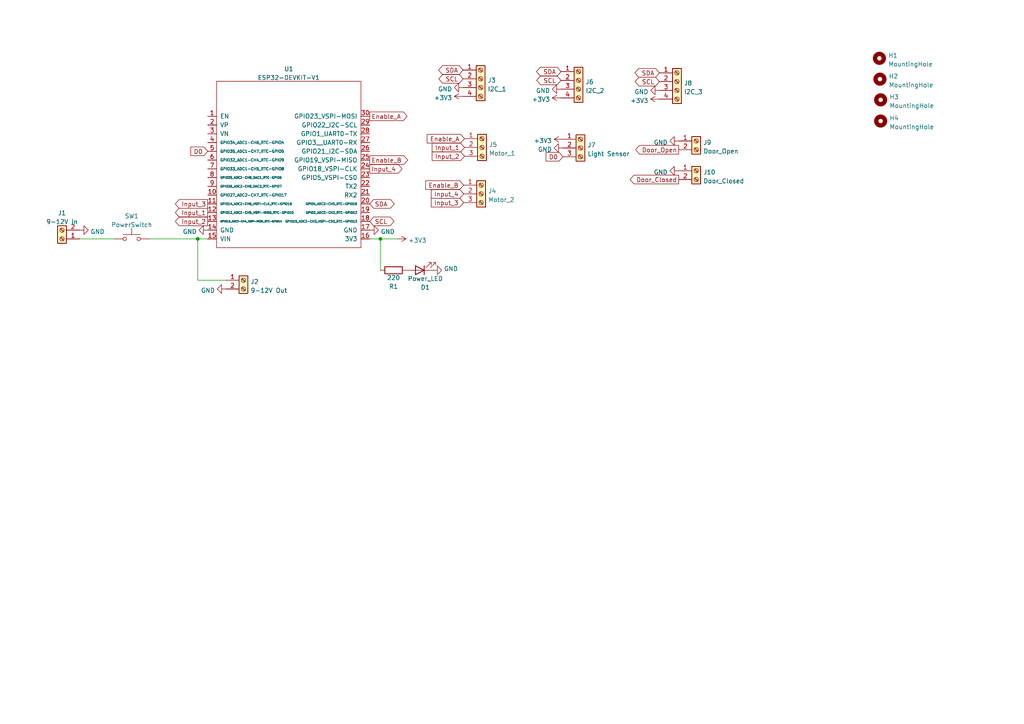
<source format=kicad_sch>
(kicad_sch (version 20211123) (generator eeschema)
  (paper "A4")
  (lib_symbols
    (symbol "Connector:Screw_Terminal_01x02" (pin_names (offset 1.016) hide)
      (property "Reference" "J" (at 0 2.54 0))
      (property "Value" "Screw_Terminal_01x02" (at 0 -5.08 0))
      (symbol "Screw_Terminal_01x02_1_1"
        (rectangle (start -1.27 1.27) (end 1.27 -3.81) (stroke (width 0.254)) (fill (type background)))
        (circle (center 0 -2.54) (radius 0.635) (stroke (width 0.1524)))
        (polyline (pts (xy -0.5334 -2.2098) (xy 0.3302 -3.048)) (stroke (width 0.1524)))
        (polyline (pts (xy -0.5334 0.3302) (xy 0.3302 -0.508)) (stroke (width 0.1524)))
        (polyline (pts (xy -0.3556 -2.032) (xy 0.508 -2.8702)) (stroke (width 0.1524)))
        (polyline (pts (xy -0.3556 0.508) (xy 0.508 -0.3302)) (stroke (width 0.1524)))
        (circle (center 0 0) (radius 0.635) (stroke (width 0.1524)))
        (pin passive line (at -5.08 0 0) (length 3.81) (name "Pin_1") (number "1"))
        (pin passive line (at -5.08 -2.54 0) (length 3.81) (name "Pin_2") (number "2"))
      )
    )
    (symbol "Connector:Screw_Terminal_01x03" (pin_names (offset 1.016) hide)
      (property "Reference" "J" (at 0 5.08 0))
      (property "Value" "Screw_Terminal_01x03" (at 0 -5.08 0))
      (symbol "Screw_Terminal_01x03_1_1"
        (rectangle (start -1.27 3.81) (end 1.27 -3.81) (stroke (width 0.254)) (fill (type background)))
        (circle (center 0 -2.54) (radius 0.635) (stroke (width 0.1524)))
        (polyline (pts (xy -0.5334 -2.2098) (xy 0.3302 -3.048)) (stroke (width 0.1524)))
        (polyline (pts (xy -0.5334 0.3302) (xy 0.3302 -0.508)) (stroke (width 0.1524)))
        (polyline (pts (xy -0.5334 2.8702) (xy 0.3302 2.032)) (stroke (width 0.1524)))
        (polyline (pts (xy -0.3556 -2.032) (xy 0.508 -2.8702)) (stroke (width 0.1524)))
        (polyline (pts (xy -0.3556 0.508) (xy 0.508 -0.3302)) (stroke (width 0.1524)))
        (polyline (pts (xy -0.3556 3.048) (xy 0.508 2.2098)) (stroke (width 0.1524)))
        (circle (center 0 0) (radius 0.635) (stroke (width 0.1524)))
        (circle (center 0 2.54) (radius 0.635) (stroke (width 0.1524)))
        (pin passive line (at -5.08 2.54 0) (length 3.81) (name "Pin_1") (number "1"))
        (pin passive line (at -5.08 0 0) (length 3.81) (name "Pin_2") (number "2"))
        (pin passive line (at -5.08 -2.54 0) (length 3.81) (name "Pin_3") (number "3"))
      )
    )
    (symbol "Connector:Screw_Terminal_01x04" (pin_names (offset 1.016) hide)
      (property "Reference" "J" (at 0 5.08 0))
      (property "Value" "Screw_Terminal_01x04" (at 0 -7.62 0))
      (symbol "Screw_Terminal_01x04_1_1"
        (rectangle (start -1.27 3.81) (end 1.27 -6.35) (stroke (width 0.254)) (fill (type background)))
        (circle (center 0 -5.08) (radius 0.635) (stroke (width 0.1524)))
        (circle (center 0 -2.54) (radius 0.635) (stroke (width 0.1524)))
        (polyline (pts (xy -0.5334 -4.7498) (xy 0.3302 -5.588)) (stroke (width 0.1524)))
        (polyline (pts (xy -0.5334 -2.2098) (xy 0.3302 -3.048)) (stroke (width 0.1524)))
        (polyline (pts (xy -0.5334 0.3302) (xy 0.3302 -0.508)) (stroke (width 0.1524)))
        (polyline (pts (xy -0.5334 2.8702) (xy 0.3302 2.032)) (stroke (width 0.1524)))
        (polyline (pts (xy -0.3556 -4.572) (xy 0.508 -5.4102)) (stroke (width 0.1524)))
        (polyline (pts (xy -0.3556 -2.032) (xy 0.508 -2.8702)) (stroke (width 0.1524)))
        (polyline (pts (xy -0.3556 0.508) (xy 0.508 -0.3302)) (stroke (width 0.1524)))
        (polyline (pts (xy -0.3556 3.048) (xy 0.508 2.2098)) (stroke (width 0.1524)))
        (circle (center 0 0) (radius 0.635) (stroke (width 0.1524)))
        (circle (center 0 2.54) (radius 0.635) (stroke (width 0.1524)))
        (pin passive line (at -5.08 2.54 0) (length 3.81) (name "Pin_1") (number "1"))
        (pin passive line (at -5.08 0 0) (length 3.81) (name "Pin_2") (number "2"))
        (pin passive line (at -5.08 -2.54 0) (length 3.81) (name "Pin_3") (number "3"))
        (pin passive line (at -5.08 -5.08 0) (length 3.81) (name "Pin_4") (number "4"))
      )
    )
    (symbol "Device:LED" (pin_numbers hide) (pin_names (offset 1.016) hide)
      (property "Reference" "D" (at 0 2.54 0))
      (property "Value" "LED" (at 0 -2.54 0))
      (symbol "LED_0_1"
        (polyline (pts (xy -1.27 -1.27) (xy -1.27 1.27)) (stroke (width 0.254)))
        (polyline (pts (xy -1.27 0) (xy 1.27 0)))
        (polyline (pts (xy 1.27 -1.27) (xy 1.27 1.27) (xy -1.27 0) (xy 1.27 -1.27)) (stroke (width 0.254)))
        (polyline (pts (xy -3.048 -0.762) (xy -4.572 -2.286) (xy -3.81 -2.286) (xy -4.572 -2.286) (xy -4.572 -1.524)))
        (polyline (pts (xy -1.778 -0.762) (xy -3.302 -2.286) (xy -2.54 -2.286) (xy -3.302 -2.286) (xy -3.302 -1.524)))
      )
      (symbol "LED_1_1"
        (pin passive line (at -3.81 0 0) (length 2.54) (name "K") (number "1"))
        (pin passive line (at 3.81 0 180) (length 2.54) (name "A") (number "2"))
      )
    )
    (symbol "Device:R" (pin_numbers hide) (pin_names (offset 0))
      (property "Reference" "R" (at 2.032 0 90))
      (property "Value" "R" (at 0 0 90))
      (symbol "R_0_1"
        (rectangle (start -1.016 -2.54) (end 1.016 2.54) (stroke (width 0.254)))
      )
      (symbol "R_1_1"
        (pin passive line (at 0 3.81 270) (length 1.27) (name "~") (number "1"))
        (pin passive line (at 0 -3.81 90) (length 1.27) (name "~") (number "2"))
      )
    )
    (symbol "Mechanical:MountingHole" (pin_names (offset 1.016))
      (property "Reference" "H" (at 0 5.08 0))
      (property "Value" "MountingHole" (at 0 3.175 0))
      (symbol "MountingHole_0_1"
        (circle (center 0 0) (radius 1.27) (stroke (width 1.27)))
      )
    )
    (symbol "Switch:SW_Push" (pin_numbers hide) (pin_names (offset 1.016) hide)
      (property "Reference" "SW" (at 1.27 2.54 0))
      (property "Value" "SW_Push" (at 0 -1.524 0))
      (symbol "SW_Push_0_1"
        (circle (center -2.032 0) (radius 0.508))
        (polyline (pts (xy 0 1.27) (xy 0 3.048)))
        (polyline (pts (xy 2.54 1.27) (xy -2.54 1.27)))
        (circle (center 2.032 0) (radius 0.508))
        (pin passive line (at -5.08 0 0) (length 2.54) (name "1") (number "1"))
        (pin passive line (at 5.08 0 180) (length 2.54) (name "2") (number "2"))
      )
    )
    (symbol "power:+3.3V" (power) (pin_names (offset 0))
      (property "Value" "+3.3V" (at 0 3.556 0))
      (symbol "+3.3V_0_1"
        (polyline (pts (xy -0.762 1.27) (xy 0 2.54)))
        (polyline (pts (xy 0 0) (xy 0 2.54)))
        (polyline (pts (xy 0 2.54) (xy 0.762 1.27)))
      )
      (symbol "+3.3V_1_1"
        (pin power_in line (at 0 0 90) (length 0) hide (name "+3V3") (number "1"))
      )
    )
    (symbol "power:GND" (power) (pin_names (offset 0))
      (property "Value" "GND" (at 0 -3.81 0))
      (symbol "GND_0_1"
        (polyline (pts (xy 0 0) (xy 0 -1.27) (xy 1.27 -1.27) (xy 0 -2.54) (xy -1.27 -1.27) (xy 0 -1.27)))
      )
      (symbol "GND_1_1"
        (pin power_in line (at 0 0 270) (length 0) hide (name "GND") (number "1"))
      )
    )
    (symbol "teensy:ESP32-DEVKIT-V1" (pin_names (offset 1.016))
      (property "Reference" "U" (at -1.27 11.43 0))
      (property "Value" "ESP32-DEVKIT-V1" (at 0 13.97 0))
      (symbol "ESP32-DEVKIT-V1_0_1"
        (rectangle (start 20.32 17.78) (end -21.59 -30.48))
      )
      (symbol "ESP32-DEVKIT-V1_1_1"
        (pin output line (at -24.13 7.62 0) (length 2.54) (name "EN") (number "1"))
        (pin bidirectional line (at -24.13 -15.24 0) (length 2.54) (name "GPIO27_ADC2-CH7_RTC-GPIO17") (number "10"))
        (pin bidirectional line (at -24.13 -17.78 0) (length 2.54) (name "GPIO14_ADC2-CH6_HSPI-CLK_RTC-GPIO16") (number "11"))
        (pin bidirectional line (at -24.13 -20.32 0) (length 2.54) (name "GPIO12_ADC2-CH5_HSPI-MISO_RTC-GPIO15") (number "12"))
        (pin bidirectional line (at -24.13 -22.86 0) (length 2.54) (name "GPIO13_ADC2-CH4_HSPI-MOSI_RTC-GPIO14") (number "13"))
        (pin bidirectional line (at -24.13 -25.4 0) (length 2.54) (name "GND") (number "14"))
        (pin power_in line (at -24.13 -27.94 0) (length 2.54) (name "VIN") (number "15"))
        (pin output line (at 22.86 -27.94 180) (length 2.54) (name "3V3") (number "16"))
        (pin bidirectional line (at 22.86 -25.4 180) (length 2.54) (name "GND") (number "17"))
        (pin bidirectional line (at 22.86 -22.86 180) (length 2.54) (name "GPIO15_ADC2-CH3_HSPI-CS0_RTC-GPIO13") (number "18"))
        (pin bidirectional line (at 22.86 -20.32 180) (length 2.54) (name "GPIO2_ADC2-CH2_RTC-GPIO12") (number "19"))
        (pin bidirectional line (at -24.13 5.08 0) (length 2.54) (name "VP") (number "2"))
        (pin bidirectional line (at 22.86 -17.78 180) (length 2.54) (name "GPIO4_ADC2-CH0_RTC-GPIO10") (number "20"))
        (pin bidirectional line (at 22.86 -15.24 180) (length 2.54) (name "RX2") (number "21"))
        (pin bidirectional line (at 22.86 -12.7 180) (length 2.54) (name "TX2") (number "22"))
        (pin bidirectional line (at 22.86 -10.16 180) (length 2.54) (name "GPIO5_VSPI-CS0") (number "23"))
        (pin bidirectional line (at 22.86 -7.62 180) (length 2.54) (name "GPIO18_VSPI-CLK") (number "24"))
        (pin bidirectional line (at 22.86 -5.08 180) (length 2.54) (name "GPIO19_VSPI-MISO") (number "25"))
        (pin bidirectional line (at 22.86 -2.54 180) (length 2.54) (name "GPIO21_I2C-SDA") (number "26"))
        (pin bidirectional line (at 22.86 0 180) (length 2.54) (name "GPIO3__UART0-RX") (number "27"))
        (pin bidirectional line (at 22.86 2.54 180) (length 2.54) (name "GPIO1_UART0-TX") (number "28"))
        (pin bidirectional line (at 22.86 5.08 180) (length 2.54) (name "GPIO22_I2C-SCL") (number "29"))
        (pin bidirectional line (at -24.13 2.54 0) (length 2.54) (name "VN") (number "3"))
        (pin bidirectional line (at 22.86 7.62 180) (length 2.54) (name "GPIO23_VSPI-MOSI") (number "30"))
        (pin bidirectional line (at -24.13 0 0) (length 2.54) (name "GPIO34_ADC1-CH6_RTC-GPIO4") (number "4"))
        (pin bidirectional line (at -24.13 -2.54 0) (length 2.54) (name "GPIO35_ADC1-CH7_RTC-GPIO5") (number "5"))
        (pin bidirectional line (at -24.13 -5.08 0) (length 2.54) (name "GPIO32_ADC1-CH4_RTC-GPIO9") (number "6"))
        (pin bidirectional line (at -24.13 -7.62 0) (length 2.54) (name "GPIO33_ADC1-CH5_RTC-GPIO8") (number "7"))
        (pin bidirectional line (at -24.13 -10.16 0) (length 2.54) (name "GPIO25_ADC2-CH8_DAC1_RTC-GPIO6") (number "8"))
        (pin bidirectional line (at -24.13 -12.7 0) (length 2.54) (name "GPIO26_ADC2-CH9_DAC2_RTC-GPIO7") (number "9"))
      )
    )
  )
  (junction (at 57.3532 69.2912))
  (junction (at 110.3376 69.2912))
  (wire (pts (xy 115.2144 69.2912) (xy 110.3376 69.2912)))
  (wire (pts (xy 57.3532 69.2912) (xy 57.3532 81.28)))
  (wire (pts (xy 57.3532 69.2912) (xy 60.2488 69.2912)))
  (wire (pts (xy 57.3532 81.28) (xy 65.532 81.28)))
  (wire (pts (xy 23.0632 69.2912) (xy 33.1216 69.2912)))
  (wire (pts (xy 43.2816 69.2912) (xy 57.3532 69.2912)))
  (wire (pts (xy 110.3376 69.2912) (xy 110.3376 78.3844)))
  (wire (pts (xy 110.3376 69.2912) (xy 107.2388 69.2912)))
  (global_label "Input_1" (shape input) (at 134.7216 42.7736 180) (property "Intersheet References" "${INTERSHEET_REFS}" (effects hide)))
  (global_label "Input_2" (shape output) (at 60.2488 64.2112 180) (property "Intersheet References" "${INTERSHEET_REFS}" (effects hide)))
  (global_label "Enable_B" (shape input) (at 134.4676 53.6956 180) (property "Intersheet References" "${INTERSHEET_REFS}" (effects hide)))
  (global_label "SDA" (shape bidirectional) (at 107.2388 59.1312 0) (property "Intersheet References" "${INTERSHEET_REFS}" (effects hide)))
  (global_label "D0" (shape input) (at 60.2488 43.8912 180) (property "Intersheet References" "${INTERSHEET_REFS}" (effects hide)))
  (global_label "D0" (shape input) (at 163.2712 45.466 180) (property "Intersheet References" "${INTERSHEET_REFS}" (effects hide)))
  (global_label "Enable_B" (shape output) (at 107.2388 46.4312 0) (property "Intersheet References" "${INTERSHEET_REFS}" (effects hide)))
  (global_label "Input_4" (shape input) (at 134.4676 56.2356 180) (property "Intersheet References" "${INTERSHEET_REFS}" (effects hide)))
  (global_label "Input_1" (shape output) (at 60.2488 61.6712 180) (property "Intersheet References" "${INTERSHEET_REFS}" (effects hide)))
  (global_label "Door_Open" (shape output) (at 196.85 43.434 180) (property "Intersheet References" "${INTERSHEET_REFS}" (effects hide)))
  (global_label "SCL" (shape bidirectional) (at 134.3152 22.86 180) (property "Intersheet References" "${INTERSHEET_REFS}" (effects hide)))
  (global_label "SCL" (shape bidirectional) (at 191.262 23.6728 180) (property "Intersheet References" "${INTERSHEET_REFS}" (effects hide)))
  (global_label "Input_3" (shape input) (at 134.4676 58.7756 180) (property "Intersheet References" "${INTERSHEET_REFS}" (effects hide)))
  (global_label "SDA" (shape bidirectional) (at 191.262 21.1328 180) (property "Intersheet References" "${INTERSHEET_REFS}" (effects hide)))
  (global_label "Input_2" (shape input) (at 134.7216 45.3136 180) (property "Intersheet References" "${INTERSHEET_REFS}" (effects hide)))
  (global_label "SCL" (shape bidirectional) (at 107.2388 64.2112 0) (property "Intersheet References" "${INTERSHEET_REFS}" (effects hide)))
  (global_label "SDA" (shape bidirectional) (at 162.7124 20.7772 180) (property "Intersheet References" "${INTERSHEET_REFS}" (effects hide)))
  (global_label "Enable_A" (shape input) (at 134.7216 40.2336 180) (property "Intersheet References" "${INTERSHEET_REFS}" (effects hide)))
  (global_label "Input_3" (shape output) (at 60.2488 59.1312 180) (property "Intersheet References" "${INTERSHEET_REFS}" (effects hide)))
  (global_label "Enable_A" (shape output) (at 107.2388 33.7312 0) (property "Intersheet References" "${INTERSHEET_REFS}" (effects hide)))
  (global_label "Door_Closed" (shape output) (at 196.85 52.07 180) (property "Intersheet References" "${INTERSHEET_REFS}" (effects hide)))
  (global_label "SCL" (shape bidirectional) (at 162.7124 23.3172 180) (property "Intersheet References" "${INTERSHEET_REFS}" (effects hide)))
  (global_label "SDA" (shape bidirectional) (at 134.3152 20.32 180) (property "Intersheet References" "${INTERSHEET_REFS}" (effects hide)))
  (global_label "Input_4" (shape output) (at 107.2388 48.9712 0) (property "Intersheet References" "${INTERSHEET_REFS}" (effects hide)))
  (symbol (lib_id "power:GND") (at 196.85 49.53 270) (unit 1)
    (property "Reference" "#PWR016" (effects hide))
    (property "Value" "GND" (at 193.6751 49.9638 90) (effects (justify right)))
  )
  (symbol (lib_id "Mechanical:MountingHole") (at 255.0668 16.9164 0) (unit 1)
    (property "Reference" "H1" (at 257.6068 16.0817 0) (effects (justify left)))
    (property "Value" "MountingHole" (at 257.6068 18.6186 0) (effects (justify left)))
    (property "Footprint" "MountingHole:MountingHole_3.2mm_M3" (effects hide))
  )
  (symbol (lib_id "Connector:Screw_Terminal_01x03") (at 139.5476 56.2356 0) (unit 1)
    (property "Reference" "J4" (at 141.5796 55.4009 0) (effects (justify left)))
    (property "Value" "Motor_2" (at 141.5796 57.9378 0) (effects (justify left)))
    (property "Footprint" "Connector_JST:JST_XH_B3B-XH-A_1x03_P2.50mm_Vertical" (effects hide))
  )
  (symbol (lib_id "Device:LED") (at 121.7676 78.3844 180) (unit 1)
    (property "Reference" "D1" (at 123.3551 83.3542 0))
    (property "Value" "Power_LED" (at 123.3551 80.8173 0))
    (property "Footprint" "LED_THT:LED_D5.0mm" (effects hide))
  )
  (symbol (lib_id "Connector:Screw_Terminal_01x02") (at 70.612 81.28 0) (unit 1)
    (property "Reference" "J2" (at 72.644 81.7153 0) (effects (justify left)))
    (property "Value" "9-12V Out" (at 72.644 84.2522 0) (effects (justify left)))
    (property "Footprint" "Connector_Phoenix_MSTB:PhoenixContact_MSTBVA_2,5_2-G-5,08_1x02_P5.08mm_Vertical" (effects hide))
  )
  (symbol (lib_id "power:GND") (at 107.2388 66.7512 90) (unit 1)
    (property "Reference" "#PWR04" (effects hide))
    (property "Value" "GND" (at 110.4138 67.185 90) (effects (justify right)))
  )
  (symbol (lib_id "Connector:Screw_Terminal_01x04") (at 196.342 23.6728 0) (unit 1)
    (property "Reference" "J8" (at 198.374 24.1081 0) (effects (justify left)))
    (property "Value" "I2C_3" (at 198.374 26.645 0) (effects (justify left)))
    (property "Footprint" "Connector_JST:JST_XH_B4B-XH-A_1x04_P2.50mm_Vertical" (effects hide))
  )
  (symbol (lib_id "power:GND") (at 65.532 83.82 270) (unit 1)
    (property "Reference" "#PWR03" (effects hide))
    (property "Value" "GND" (at 62.3571 84.2538 90) (effects (justify right)))
  )
  (symbol (lib_id "Mechanical:MountingHole") (at 255.4224 35.1028 0) (unit 1)
    (property "Reference" "H4" (at 257.9624 34.2681 0) (effects (justify left)))
    (property "Value" "MountingHole" (at 257.9624 36.805 0) (effects (justify left)))
    (property "Footprint" "MountingHole:MountingHole_3.2mm_M3" (effects hide))
  )
  (symbol (lib_id "power:GND") (at 60.2488 66.7512 270) (unit 1)
    (property "Reference" "#PWR02" (effects hide))
    (property "Value" "GND" (at 57.0739 67.185 90) (effects (justify right)))
  )
  (symbol (lib_id "power:GND") (at 191.262 26.2128 270) (unit 1)
    (property "Reference" "#PWR013" (effects hide))
    (property "Value" "GND" (at 188.0871 26.6466 90) (effects (justify right)))
  )
  (symbol (lib_id "power:+3.3V") (at 163.2712 40.386 90) (unit 1)
    (property "Reference" "#PWR011" (effects hide))
    (property "Value" "+3.3V" (at 160.0962 40.8198 90) (effects (justify left)))
  )
  (symbol (lib_id "power:GND") (at 134.3152 25.4 270) (unit 1)
    (property "Reference" "#PWR07" (effects hide))
    (property "Value" "GND" (at 131.1403 25.8338 90) (effects (justify right)))
  )
  (symbol (lib_id "power:GND") (at 163.2712 42.926 270) (unit 1)
    (property "Reference" "#PWR012" (effects hide))
    (property "Value" "GND" (at 160.0963 43.3598 90) (effects (justify right)))
  )
  (symbol (lib_id "power:GND") (at 23.0632 66.7512 90) (unit 1)
    (property "Reference" "#PWR01" (effects hide))
    (property "Value" "GND" (at 26.2382 67.185 90) (effects (justify right)))
  )
  (symbol (lib_id "power:GND") (at 125.5776 78.3844 90) (unit 1)
    (property "Reference" "#PWR06" (effects hide))
    (property "Value" "GND" (at 128.7525 77.9506 90) (effects (justify right)))
  )
  (symbol (lib_id "Connector:Screw_Terminal_01x02") (at 201.93 40.894 0) (unit 1)
    (property "Reference" "J9" (at 203.962 41.3293 0) (effects (justify left)))
    (property "Value" "Door_Open" (at 203.962 43.8662 0) (effects (justify left)))
    (property "Footprint" "Connector_JST:JST_XH_B2B-XH-A_1x02_P2.50mm_Vertical" (effects hide))
  )
  (symbol (lib_id "power:GND") (at 196.85 40.894 270) (unit 1)
    (property "Reference" "#PWR015" (effects hide))
    (property "Value" "GND" (at 193.6751 41.3278 90) (effects (justify right)))
  )
  (symbol (lib_id "Mechanical:MountingHole") (at 255.4224 28.956 0) (unit 1)
    (property "Reference" "H3" (at 257.9624 28.1213 0) (effects (justify left)))
    (property "Value" "MountingHole" (at 257.9624 30.6582 0) (effects (justify left)))
    (property "Footprint" "MountingHole:MountingHole_3.2mm_M3" (effects hide))
  )
  (symbol (lib_id "power:+3.3V") (at 191.262 28.7528 90) (unit 1)
    (property "Reference" "#PWR014" (effects hide))
    (property "Value" "+3.3V" (at 188.087 29.1866 90) (effects (justify left)))
  )
  (symbol (lib_id "Device:R") (at 114.1476 78.3844 270) (unit 1)
    (property "Reference" "R1" (at 114.1476 83.1002 90))
    (property "Value" "220" (at 114.1476 80.5633 90))
    (property "Footprint" "Resistor_THT:R_Axial_DIN0207_L6.3mm_D2.5mm_P10.16mm_Horizontal" (effects hide))
  )
  (symbol (lib_id "Mechanical:MountingHole") (at 255.2192 22.9616 0) (unit 1)
    (property "Reference" "H2" (at 257.7592 22.1269 0) (effects (justify left)))
    (property "Value" "MountingHole" (at 257.7592 24.6638 0) (effects (justify left)))
    (property "Footprint" "MountingHole:MountingHole_3.2mm_M3" (effects hide))
  )
  (symbol (lib_id "Connector:Screw_Terminal_01x04") (at 139.3952 22.86 0) (unit 1)
    (property "Reference" "J3" (at 141.4272 23.2953 0) (effects (justify left)))
    (property "Value" "I2C_1" (at 141.4272 25.8322 0) (effects (justify left)))
    (property "Footprint" "Connector_JST:JST_XH_B4B-XH-A_1x04_P2.50mm_Vertical" (effects hide))
  )
  (symbol (lib_id "power:GND") (at 162.7124 25.8572 270) (unit 1)
    (property "Reference" "#PWR09" (effects hide))
    (property "Value" "GND" (at 159.5375 26.291 90) (effects (justify right)))
  )
  (symbol (lib_id "power:+3.3V") (at 134.3152 27.94 90) (unit 1)
    (property "Reference" "#PWR08" (effects hide))
    (property "Value" "+3.3V" (at 131.1402 28.3738 90) (effects (justify left)))
  )
  (symbol (lib_id "Connector:Screw_Terminal_01x03") (at 168.3512 42.926 0) (unit 1)
    (property "Reference" "J7" (at 170.3832 42.0913 0) (effects (justify left)))
    (property "Value" "Light Sensor" (at 170.3832 44.6282 0) (effects (justify left)))
    (property "Footprint" "Connector_JST:JST_XH_B3B-XH-A_1x03_P2.50mm_Vertical" (effects hide))
  )
  (symbol (lib_id "power:+3.3V") (at 162.7124 28.3972 90) (unit 1)
    (property "Reference" "#PWR010" (effects hide))
    (property "Value" "+3.3V" (at 159.5374 28.831 90) (effects (justify left)))
  )
  (symbol (lib_id "power:+3.3V") (at 115.2144 69.2912 270) (unit 1)
    (property "Reference" "#PWR05" (effects hide))
    (property "Value" "+3.3V" (at 118.3894 69.725 90) (effects (justify left)))
  )
  (symbol (lib_id "Connector:Screw_Terminal_01x03") (at 139.8016 42.7736 0) (unit 1)
    (property "Reference" "J5" (at 141.8336 41.9389 0) (effects (justify left)))
    (property "Value" "Motor_1" (at 141.8336 44.4758 0) (effects (justify left)))
    (property "Footprint" "Connector_JST:JST_XH_B3B-XH-A_1x03_P2.50mm_Vertical" (effects hide))
  )
  (symbol (lib_id "teensy:ESP32-DEVKIT-V1") (at 84.3788 41.3512 0) (unit 1)
    (property "Reference" "U1" (at 83.7438 19.9984 0))
    (property "Value" "ESP32-DEVKIT-V1" (at 83.7438 22.5353 0))
    (property "Footprint" "teensy_library-master:ESP32-DEVKIT-V1" (effects hide))
  )
  (symbol (lib_id "Switch:SW_Push") (at 38.2016 69.2912 0) (unit 1)
    (property "Reference" "SW1" (at 38.2016 62.6704 0))
    (property "Value" "PowerSwitch" (at 38.2016 65.2073 0))
    (property "Footprint" "Connector_PinHeader_2.54mm:PinHeader_1x02_P2.54mm_Vertical" (effects hide))
  )
  (symbol (lib_id "Connector:Screw_Terminal_01x02") (at 17.9832 69.2912 180) (unit 1)
    (property "Reference" "J1" (at 17.9832 61.7814 0))
    (property "Value" "9-12V In" (at 17.9832 64.3183 0))
    (property "Footprint" "Connector_Phoenix_MSTB:PhoenixContact_MSTBVA_2,5_2-G-5,08_1x02_P5.08mm_Vertical" (effects hide))
  )
  (symbol (lib_id "Connector:Screw_Terminal_01x04") (at 167.7924 23.3172 0) (unit 1)
    (property "Reference" "J6" (at 169.8244 23.7525 0) (effects (justify left)))
    (property "Value" "I2C_2" (at 169.8244 26.2894 0) (effects (justify left)))
    (property "Footprint" "Connector_JST:JST_XH_B4B-XH-A_1x04_P2.50mm_Vertical" (effects hide))
  )
  (symbol (lib_id "Connector:Screw_Terminal_01x02") (at 201.93 49.53 0) (unit 1)
    (property "Reference" "J10" (at 203.962 49.9653 0) (effects (justify left)))
    (property "Value" "Door_Closed" (at 203.962 52.5022 0) (effects (justify left)))
    (property "Footprint" "Connector_JST:JST_XH_B2B-XH-A_1x02_P2.50mm_Vertical" (effects hide))
  )
)
</source>
